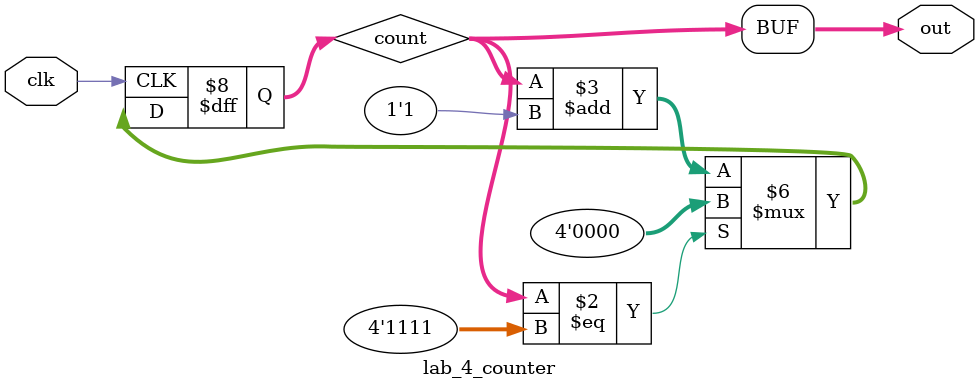
<source format=v>
`timescale 1ns / 1ps


module lab_4_counter(
    input clk, 
    output [3:0]out
    );
    
    reg [3:0]count = 1'b0;
    assign out = count;
    always@(posedge clk) begin
        if (count == 4'd15) 
            count <= 1'b0;
            
        else
            count <= count + 1'b1;
    end

endmodule

</source>
